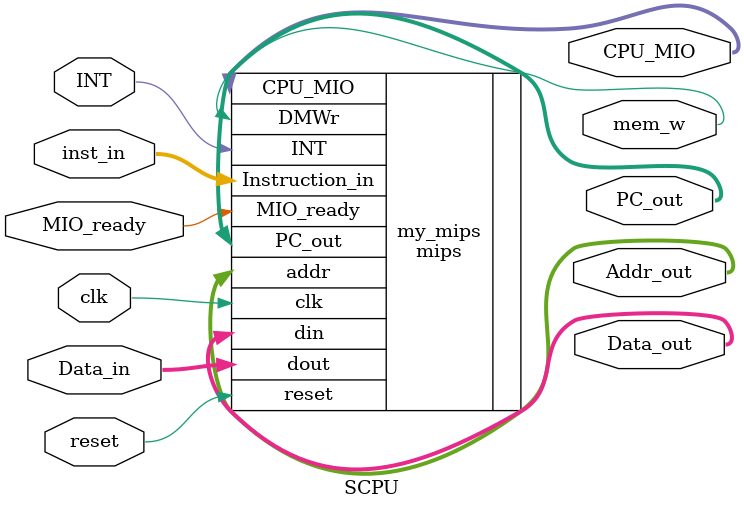
<source format=v>
`timescale 1ns / 1ps
module SCPU(	input clk,			//
					input reset,
					input MIO_ready,
									
					input [31:0]inst_in,
					input [31:0]Data_in,	
									
					output mem_w,
					output[31:0]PC_out,
					output[31:0]Addr_out,
					output[31:0]Data_out, 
					output [31:0]CPU_MIO,
					input INT
				);


mips my_mips (.clk(clk),.reset(reset),.PC_out(PC_out),.Instruction_in(inst_in),
.DMWr(mem_w),.addr(Addr_out),.din(Data_out),.dout(Data_in),.INT(INT),
.CPU_MIO(CPU_MIO),.MIO_ready(MIO_ready));
endmodule

</source>
